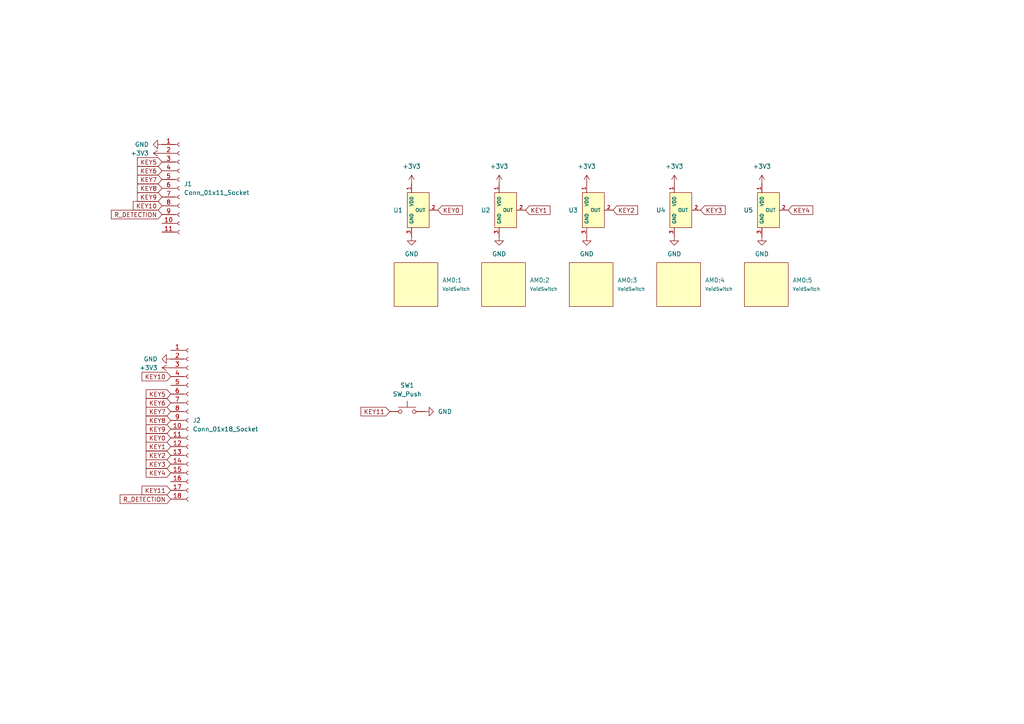
<source format=kicad_sch>
(kicad_sch (version 20231120) (generator "eeschema") (generator_version "8.0")
  (paper "A4")
  (lib_symbols
    (symbol "49e:Hall_Sensor" (pin_names (offset 1.016))
      (property "Reference" "U?" (at -4.5212 0.9652 0))
      (symbol "Hall_Sensor_0_1"
        (rectangle (start -3.81 5.08) (end 2.54 -5.08) (fill (type background)))
      )
      (symbol "Hall_Sensor_1_1"
        (pin power_in line (at -2.54 7.62 270) (length 2.54) (name "VDD") (number "1"))
        (pin output line (at 5.08 0 180) (length 2.54) (name "OUT") (number "2"))
        (pin power_in line (at -2.54 -7.62 90) (length 2.54) (name "GND") (number "3"))
      )
    )
    (symbol "Connector:Conn_01x11_Socket" (pin_names (offset 1.016) hide)
      (property "Reference" "J" (at 0 15.24 0))
      (property "Value" "Conn_01x11_Socket" (at 0 -15.24 0))
      (symbol "Conn_01x11_Socket_1_1"
        (arc (start 0 -12.192) (mid -0.5058 -12.7) (end 0 -13.208) (stroke (width 0.1524)))
        (arc (start 0 -9.652) (mid -0.5058 -10.16) (end 0 -10.668) (stroke (width 0.1524)))
        (arc (start 0 -7.112) (mid -0.5058 -7.62) (end 0 -8.128) (stroke (width 0.1524)))
        (arc (start 0 -4.572) (mid -0.5058 -5.08) (end 0 -5.588) (stroke (width 0.1524)))
        (arc (start 0 -2.032) (mid -0.5058 -2.54) (end 0 -3.048) (stroke (width 0.1524)))
        (polyline (pts (xy -1.27 -12.7) (xy -0.508 -12.7)) (stroke (width 0.1524)))
        (polyline (pts (xy -1.27 -10.16) (xy -0.508 -10.16)) (stroke (width 0.1524)))
        (polyline (pts (xy -1.27 -7.62) (xy -0.508 -7.62)) (stroke (width 0.1524)))
        (polyline (pts (xy -1.27 -5.08) (xy -0.508 -5.08)) (stroke (width 0.1524)))
        (polyline (pts (xy -1.27 -2.54) (xy -0.508 -2.54)) (stroke (width 0.1524)))
        (polyline (pts (xy -1.27 0) (xy -0.508 0)) (stroke (width 0.1524)))
        (polyline (pts (xy -1.27 2.54) (xy -0.508 2.54)) (stroke (width 0.1524)))
        (polyline (pts (xy -1.27 5.08) (xy -0.508 5.08)) (stroke (width 0.1524)))
        (polyline (pts (xy -1.27 7.62) (xy -0.508 7.62)) (stroke (width 0.1524)))
        (polyline (pts (xy -1.27 10.16) (xy -0.508 10.16)) (stroke (width 0.1524)))
        (polyline (pts (xy -1.27 12.7) (xy -0.508 12.7)) (stroke (width 0.1524)))
        (arc (start 0 0.508) (mid -0.5058 0) (end 0 -0.508) (stroke (width 0.1524)))
        (arc (start 0 3.048) (mid -0.5058 2.54) (end 0 2.032) (stroke (width 0.1524)))
        (arc (start 0 5.588) (mid -0.5058 5.08) (end 0 4.572) (stroke (width 0.1524)))
        (arc (start 0 8.128) (mid -0.5058 7.62) (end 0 7.112) (stroke (width 0.1524)))
        (arc (start 0 10.668) (mid -0.5058 10.16) (end 0 9.652) (stroke (width 0.1524)))
        (arc (start 0 13.208) (mid -0.5058 12.7) (end 0 12.192) (stroke (width 0.1524)))
        (pin passive line (at -5.08 12.7 0) (length 3.81) (name "Pin_1") (number "1"))
        (pin passive line (at -5.08 -10.16 0) (length 3.81) (name "Pin_10") (number "10"))
        (pin passive line (at -5.08 -12.7 0) (length 3.81) (name "Pin_11") (number "11"))
        (pin passive line (at -5.08 10.16 0) (length 3.81) (name "Pin_2") (number "2"))
        (pin passive line (at -5.08 7.62 0) (length 3.81) (name "Pin_3") (number "3"))
        (pin passive line (at -5.08 5.08 0) (length 3.81) (name "Pin_4") (number "4"))
        (pin passive line (at -5.08 2.54 0) (length 3.81) (name "Pin_5") (number "5"))
        (pin passive line (at -5.08 0 0) (length 3.81) (name "Pin_6") (number "6"))
        (pin passive line (at -5.08 -2.54 0) (length 3.81) (name "Pin_7") (number "7"))
        (pin passive line (at -5.08 -5.08 0) (length 3.81) (name "Pin_8") (number "8"))
        (pin passive line (at -5.08 -7.62 0) (length 3.81) (name "Pin_9") (number "9"))
      )
    )
    (symbol "Connector:Conn_01x18_Socket" (pin_names (offset 1.016) hide)
      (property "Reference" "J" (at 0 22.86 0))
      (property "Value" "Conn_01x18_Socket" (at 0 -25.4 0))
      (symbol "Conn_01x18_Socket_1_1"
        (arc (start 0 -22.352) (mid -0.5058 -22.86) (end 0 -23.368) (stroke (width 0.1524)))
        (arc (start 0 -19.812) (mid -0.5058 -20.32) (end 0 -20.828) (stroke (width 0.1524)))
        (arc (start 0 -17.272) (mid -0.5058 -17.78) (end 0 -18.288) (stroke (width 0.1524)))
        (arc (start 0 -14.732) (mid -0.5058 -15.24) (end 0 -15.748) (stroke (width 0.1524)))
        (arc (start 0 -12.192) (mid -0.5058 -12.7) (end 0 -13.208) (stroke (width 0.1524)))
        (arc (start 0 -9.652) (mid -0.5058 -10.16) (end 0 -10.668) (stroke (width 0.1524)))
        (arc (start 0 -7.112) (mid -0.5058 -7.62) (end 0 -8.128) (stroke (width 0.1524)))
        (arc (start 0 -4.572) (mid -0.5058 -5.08) (end 0 -5.588) (stroke (width 0.1524)))
        (arc (start 0 -2.032) (mid -0.5058 -2.54) (end 0 -3.048) (stroke (width 0.1524)))
        (polyline (pts (xy -1.27 -22.86) (xy -0.508 -22.86)) (stroke (width 0.1524)))
        (polyline (pts (xy -1.27 -20.32) (xy -0.508 -20.32)) (stroke (width 0.1524)))
        (polyline (pts (xy -1.27 -17.78) (xy -0.508 -17.78)) (stroke (width 0.1524)))
        (polyline (pts (xy -1.27 -15.24) (xy -0.508 -15.24)) (stroke (width 0.1524)))
        (polyline (pts (xy -1.27 -12.7) (xy -0.508 -12.7)) (stroke (width 0.1524)))
        (polyline (pts (xy -1.27 -10.16) (xy -0.508 -10.16)) (stroke (width 0.1524)))
        (polyline (pts (xy -1.27 -7.62) (xy -0.508 -7.62)) (stroke (width 0.1524)))
        (polyline (pts (xy -1.27 -5.08) (xy -0.508 -5.08)) (stroke (width 0.1524)))
        (polyline (pts (xy -1.27 -2.54) (xy -0.508 -2.54)) (stroke (width 0.1524)))
        (polyline (pts (xy -1.27 0) (xy -0.508 0)) (stroke (width 0.1524)))
        (polyline (pts (xy -1.27 2.54) (xy -0.508 2.54)) (stroke (width 0.1524)))
        (polyline (pts (xy -1.27 5.08) (xy -0.508 5.08)) (stroke (width 0.1524)))
        (polyline (pts (xy -1.27 7.62) (xy -0.508 7.62)) (stroke (width 0.1524)))
        (polyline (pts (xy -1.27 10.16) (xy -0.508 10.16)) (stroke (width 0.1524)))
        (polyline (pts (xy -1.27 12.7) (xy -0.508 12.7)) (stroke (width 0.1524)))
        (polyline (pts (xy -1.27 15.24) (xy -0.508 15.24)) (stroke (width 0.1524)))
        (polyline (pts (xy -1.27 17.78) (xy -0.508 17.78)) (stroke (width 0.1524)))
        (polyline (pts (xy -1.27 20.32) (xy -0.508 20.32)) (stroke (width 0.1524)))
        (arc (start 0 0.508) (mid -0.5058 0) (end 0 -0.508) (stroke (width 0.1524)))
        (arc (start 0 3.048) (mid -0.5058 2.54) (end 0 2.032) (stroke (width 0.1524)))
        (arc (start 0 5.588) (mid -0.5058 5.08) (end 0 4.572) (stroke (width 0.1524)))
        (arc (start 0 8.128) (mid -0.5058 7.62) (end 0 7.112) (stroke (width 0.1524)))
        (arc (start 0 10.668) (mid -0.5058 10.16) (end 0 9.652) (stroke (width 0.1524)))
        (arc (start 0 13.208) (mid -0.5058 12.7) (end 0 12.192) (stroke (width 0.1524)))
        (arc (start 0 15.748) (mid -0.5058 15.24) (end 0 14.732) (stroke (width 0.1524)))
        (arc (start 0 18.288) (mid -0.5058 17.78) (end 0 17.272) (stroke (width 0.1524)))
        (arc (start 0 20.828) (mid -0.5058 20.32) (end 0 19.812) (stroke (width 0.1524)))
        (pin passive line (at -5.08 20.32 0) (length 3.81) (name "Pin_1") (number "1"))
        (pin passive line (at -5.08 -2.54 0) (length 3.81) (name "Pin_10") (number "10"))
        (pin passive line (at -5.08 -5.08 0) (length 3.81) (name "Pin_11") (number "11"))
        (pin passive line (at -5.08 -7.62 0) (length 3.81) (name "Pin_12") (number "12"))
        (pin passive line (at -5.08 -10.16 0) (length 3.81) (name "Pin_13") (number "13"))
        (pin passive line (at -5.08 -12.7 0) (length 3.81) (name "Pin_14") (number "14"))
        (pin passive line (at -5.08 -15.24 0) (length 3.81) (name "Pin_15") (number "15"))
        (pin passive line (at -5.08 -17.78 0) (length 3.81) (name "Pin_16") (number "16"))
        (pin passive line (at -5.08 -20.32 0) (length 3.81) (name "Pin_17") (number "17"))
        (pin passive line (at -5.08 -22.86 0) (length 3.81) (name "Pin_18") (number "18"))
        (pin passive line (at -5.08 17.78 0) (length 3.81) (name "Pin_2") (number "2"))
        (pin passive line (at -5.08 15.24 0) (length 3.81) (name "Pin_3") (number "3"))
        (pin passive line (at -5.08 12.7 0) (length 3.81) (name "Pin_4") (number "4"))
        (pin passive line (at -5.08 10.16 0) (length 3.81) (name "Pin_5") (number "5"))
        (pin passive line (at -5.08 7.62 0) (length 3.81) (name "Pin_6") (number "6"))
        (pin passive line (at -5.08 5.08 0) (length 3.81) (name "Pin_7") (number "7"))
        (pin passive line (at -5.08 2.54 0) (length 3.81) (name "Pin_8") (number "8"))
        (pin passive line (at -5.08 0 0) (length 3.81) (name "Pin_9") (number "9"))
      )
    )
    (symbol "Switch:SW_Push" (pin_numbers hide) (pin_names (offset 1.016) hide)
      (property "Reference" "SW" (at 1.27 2.54 0))
      (property "Value" "SW_Push" (at 0 -1.524 0))
      (symbol "SW_Push_0_1"
        (circle (center -2.032 0) (radius 0.508))
        (polyline (pts (xy 0 1.27) (xy 0 3.048)))
        (polyline (pts (xy 2.54 1.27) (xy -2.54 1.27)))
        (circle (center 2.032 0) (radius 0.508))
        (pin passive line (at -5.08 0 0) (length 2.54) (name "1") (number "1"))
        (pin passive line (at 5.08 0 180) (length 2.54) (name "2") (number "2"))
      )
    )
    (symbol "power:+3V3" (power) (pin_numbers hide) (pin_names (offset 0) hide)
      (property "Value" "+3V3" (at 0 3.556 0))
      (symbol "+3V3_0_1"
        (polyline (pts (xy -0.762 1.27) (xy 0 2.54)))
        (polyline (pts (xy 0 0) (xy 0 2.54)))
        (polyline (pts (xy 0 2.54) (xy 0.762 1.27)))
      )
      (symbol "+3V3_1_1"
        (pin power_in line (at 0 0 90) (length 0) (name "~") (number "1"))
      )
    )
    (symbol "power:GND" (power) (pin_numbers hide) (pin_names (offset 0) hide)
      (property "Value" "GND" (at 0 -3.81 0))
      (symbol "GND_0_1"
        (polyline (pts (xy 0 0) (xy 0 -1.27) (xy 1.27 -1.27) (xy 0 -2.54) (xy -1.27 -1.27) (xy 0 -1.27)))
      )
      (symbol "GND_1_1"
        (pin power_in line (at 0 0 270) (length 0) (name "~") (number "1"))
      )
    )
    (symbol "void_switch:VoidSwitch" (pin_names (offset 1.016)) (in_bom no)
      (property "Reference" "AM0:0" (at 0 -2.54 0))
      (property "Value" "VoidSwitch" (at 0 2.54 0))
      (symbol "VoidSwitch_0_1"
        (rectangle (start -6.35 6.35) (end 6.35 -6.35) (fill (type background)))
      )
    )
  )
  (global_label "KEY1" (shape input) (at 152.4 60.96 0) (property "Intersheetrefs" "${INTERSHEET_REFS}" (effects (hide yes))))
  (global_label "KEY9" (shape input) (at 46.99 57.15 180) (property "Intersheetrefs" "${INTERSHEET_REFS}" (effects (hide yes))))
  (global_label "KEY4" (shape input) (at 49.53 137.16 180) (property "Intersheetrefs" "${INTERSHEET_REFS}" (effects (hide yes))))
  (global_label "KEY2" (shape input) (at 177.8 60.96 0) (property "Intersheetrefs" "${INTERSHEET_REFS}" (effects (hide yes))))
  (global_label "KEY10" (shape input) (at 46.99 59.69 180) (property "Intersheetrefs" "${INTERSHEET_REFS}" (effects (hide yes))))
  (global_label "KEY5" (shape input) (at 46.99 46.99 180) (property "Intersheetrefs" "${INTERSHEET_REFS}" (effects (hide yes))))
  (global_label "KEY7" (shape input) (at 49.53 119.38 180) (property "Intersheetrefs" "${INTERSHEET_REFS}" (effects (hide yes))))
  (global_label "KEY11" (shape input) (at 113.03 119.38 180) (property "Intersheetrefs" "${INTERSHEET_REFS}" (effects (hide yes))))
  (global_label "KEY1" (shape input) (at 49.53 129.54 180) (property "Intersheetrefs" "${INTERSHEET_REFS}" (effects (hide yes))))
  (global_label "KEY3" (shape input) (at 49.53 134.62 180) (property "Intersheetrefs" "${INTERSHEET_REFS}" (effects (hide yes))))
  (global_label "KEY3" (shape input) (at 203.2 60.96 0) (property "Intersheetrefs" "${INTERSHEET_REFS}" (effects (hide yes))))
  (global_label "R_DETECTION" (shape input) (at 49.53 144.78 180) (property "Intersheetrefs" "${INTERSHEET_REFS}" (effects (hide yes))))
  (global_label "KEY8" (shape input) (at 49.53 121.92 180) (property "Intersheetrefs" "${INTERSHEET_REFS}" (effects (hide yes))))
  (global_label "KEY0" (shape input) (at 49.53 127 180) (property "Intersheetrefs" "${INTERSHEET_REFS}" (effects (hide yes))))
  (global_label "KEY4" (shape input) (at 228.6 60.96 0) (property "Intersheetrefs" "${INTERSHEET_REFS}" (effects (hide yes))))
  (global_label "KEY0" (shape input) (at 127 60.96 0) (property "Intersheetrefs" "${INTERSHEET_REFS}" (effects (hide yes))))
  (global_label "KEY5" (shape input) (at 49.53 114.3 180) (property "Intersheetrefs" "${INTERSHEET_REFS}" (effects (hide yes))))
  (global_label "KEY6" (shape input) (at 46.99 49.53 180) (property "Intersheetrefs" "${INTERSHEET_REFS}" (effects (hide yes))))
  (global_label "KEY8" (shape input) (at 46.99 54.61 180) (property "Intersheetrefs" "${INTERSHEET_REFS}" (effects (hide yes))))
  (global_label "KEY9" (shape input) (at 49.53 124.46 180) (property "Intersheetrefs" "${INTERSHEET_REFS}" (effects (hide yes))))
  (global_label "KEY10" (shape input) (at 49.53 109.22 180) (property "Intersheetrefs" "${INTERSHEET_REFS}" (effects (hide yes))))
  (global_label "KEY11" (shape input) (at 49.53 142.24 180) (property "Intersheetrefs" "${INTERSHEET_REFS}" (effects (hide yes))))
  (global_label "KEY6" (shape input) (at 49.53 116.84 180) (property "Intersheetrefs" "${INTERSHEET_REFS}" (effects (hide yes))))
  (global_label "KEY7" (shape input) (at 46.99 52.07 180) (property "Intersheetrefs" "${INTERSHEET_REFS}" (effects (hide yes))))
  (global_label "R_DETECTION" (shape input) (at 46.99 62.23 180) (property "Intersheetrefs" "${INTERSHEET_REFS}" (effects (hide yes))))
  (global_label "KEY2" (shape input) (at 49.53 132.08 180) (property "Intersheetrefs" "${INTERSHEET_REFS}" (effects (hide yes))))
  (symbol (lib_id "void_switch:VoidSwitch") (at 222.25 82.55 0) (unit 1) (in_bom no)
    (property "Reference" "AM0:5" (at 229.87 81.2799 0) (effects (justify left)))
    (property "Value" "VoidSwitch" (at 229.87 83.8199 0) (effects (font (size 0.9906 0.9906)) (justify left)))
    (property "Footprint" "void_switch:VoidSwitch_1u_SMD" (effects (hide yes)))
    (property "Description" "Symbol placeholder for the VoidSwitch footprints so they don't accidentally get removed" (effects (hide yes)))
    (property "NOTE" "Replace \"AM0:0\" with the actual MUX pin" (effects (hide yes)))
  )
  (symbol (lib_id "49e:Hall_Sensor") (at 172.72 60.96 0) (unit 1)
    (property "Reference" "U3" (at 167.64 60.9599 0) (effects (justify right)))
    (property "Value" "Hall_Sensor" (effects (hide yes)))
    (property "Footprint" "Package_TO_SOT_SMD:SOT-23" (effects (hide yes)))
    (property "Description" "3-pin Linear Hall Effect Sensor" (effects (hide yes)))
    (property "LCSC Part" "C266230" (effects (hide yes)))
    (property "MPN" "GH39FKSW" (effects (hide yes)))
    (property "Notes" "Alternate part: OH49E-S (C85573)" (effects (hide yes)))
  )
  (symbol (lib_id "49e:Hall_Sensor") (at 147.32 60.96 0) (unit 1)
    (property "Reference" "U2" (at 142.24 60.9599 0) (effects (justify right)))
    (property "Value" "Hall_Sensor" (effects (hide yes)))
    (property "Footprint" "Package_TO_SOT_SMD:SOT-23" (effects (hide yes)))
    (property "Description" "3-pin Linear Hall Effect Sensor" (effects (hide yes)))
    (property "LCSC Part" "C266230" (effects (hide yes)))
    (property "MPN" "GH39FKSW" (effects (hide yes)))
    (property "Notes" "Alternate part: OH49E-S (C85573)" (effects (hide yes)))
  )
  (symbol (lib_id "Switch:SW_Push") (at 118.11 119.38 0) (unit 1)
    (property "Reference" "SW1" (at 118.11 111.76 0))
    (property "Value" "SW_Push" (at 118.11 114.3 0))
    (property "Footprint" "Button_Switch_Keyboard:SW_Cherry_MX_1.00u_PCB" (effects (hide yes)))
    (property "Description" "Push button switch, generic, two pins" (effects (hide yes)))
  )
  (symbol (lib_id "49e:Hall_Sensor") (at 198.12 60.96 0) (unit 1)
    (property "Reference" "U4" (at 193.04 60.9599 0) (effects (justify right)))
    (property "Value" "Hall_Sensor" (effects (hide yes)))
    (property "Footprint" "Package_TO_SOT_SMD:SOT-23" (effects (hide yes)))
    (property "Description" "3-pin Linear Hall Effect Sensor" (effects (hide yes)))
    (property "LCSC Part" "C266230" (effects (hide yes)))
    (property "MPN" "GH39FKSW" (effects (hide yes)))
    (property "Notes" "Alternate part: OH49E-S (C85573)" (effects (hide yes)))
  )
  (symbol (lib_id "power:+3V3") (at 144.78 53.34 0) (unit 1)
    (property "Reference" "#PWR07" (effects (hide yes)))
    (property "Value" "+3V3" (at 144.78 48.26 0))
    (property "Description" "Power symbol creates a global label with name \"+3V3\"" (effects (hide yes)))
  )
  (symbol (lib_id "49e:Hall_Sensor") (at 121.92 60.96 0) (unit 1)
    (property "Reference" "U1" (at 116.84 60.9599 0) (effects (justify right)))
    (property "Value" "Hall_Sensor" (effects (hide yes)))
    (property "Footprint" "Package_TO_SOT_SMD:SOT-23" (effects (hide yes)))
    (property "Description" "3-pin Linear Hall Effect Sensor" (effects (hide yes)))
    (property "LCSC Part" "C266230" (effects (hide yes)))
    (property "MPN" "GH39FKSW" (effects (hide yes)))
    (property "Notes" "Alternate part: OH49E-S (C85573)" (effects (hide yes)))
  )
  (symbol (lib_id "power:GND") (at 123.19 119.38 90) (unit 1)
    (property "Reference" "#PWR015" (effects (hide yes)))
    (property "Value" "GND" (at 127 119.3799 90) (effects (justify right)))
    (property "Description" "Power symbol creates a global label with name \"GND\" , ground" (effects (hide yes)))
  )
  (symbol (lib_id "power:GND") (at 144.78 68.58 0) (unit 1)
    (property "Reference" "#PWR04" (effects (hide yes)))
    (property "Value" "GND" (at 144.78 73.66 0))
    (property "Description" "Power symbol creates a global label with name \"GND\" , ground" (effects (hide yes)))
  )
  (symbol (lib_id "power:GND") (at 220.98 68.58 0) (unit 1)
    (property "Reference" "#PWR03" (effects (hide yes)))
    (property "Value" "GND" (at 220.98 73.66 0))
    (property "Description" "Power symbol creates a global label with name \"GND\" , ground" (effects (hide yes)))
  )
  (symbol (lib_id "power:+3V3") (at 170.18 53.34 0) (unit 1)
    (property "Reference" "#PWR08" (effects (hide yes)))
    (property "Value" "+3V3" (at 170.18 48.26 0))
    (property "Description" "Power symbol creates a global label with name \"+3V3\"" (effects (hide yes)))
  )
  (symbol (lib_id "power:GND") (at 195.58 68.58 0) (unit 1)
    (property "Reference" "#PWR02" (effects (hide yes)))
    (property "Value" "GND" (at 195.58 73.66 0))
    (property "Description" "Power symbol creates a global label with name \"GND\" , ground" (effects (hide yes)))
  )
  (symbol (lib_id "void_switch:VoidSwitch") (at 146.05 82.55 0) (unit 1) (in_bom no)
    (property "Reference" "AM0:2" (at 153.67 81.2799 0) (effects (justify left)))
    (property "Value" "VoidSwitch" (at 153.67 83.8199 0) (effects (font (size 0.9906 0.9906)) (justify left)))
    (property "Footprint" "void_switch:VoidSwitch_1u_SMD" (effects (hide yes)))
    (property "Description" "Symbol placeholder for the VoidSwitch footprints so they don't accidentally get removed" (effects (hide yes)))
    (property "NOTE" "Replace \"AM0:0\" with the actual MUX pin" (effects (hide yes)))
  )
  (symbol (lib_id "power:+3V3") (at 46.99 44.45 90) (unit 1)
    (property "Reference" "#PWR014" (effects (hide yes)))
    (property "Value" "+3V3" (at 43.18 44.4501 90) (effects (justify left)))
    (property "Description" "Power symbol creates a global label with name \"+3V3\"" (effects (hide yes)))
  )
  (symbol (lib_id "power:GND") (at 46.99 41.91 270) (unit 1)
    (property "Reference" "#PWR013" (effects (hide yes)))
    (property "Value" "GND" (at 43.18 41.9101 90) (effects (justify right)))
    (property "Description" "Power symbol creates a global label with name \"GND\" , ground" (effects (hide yes)))
  )
  (symbol (lib_id "void_switch:VoidSwitch") (at 171.45 82.55 0) (unit 1) (in_bom no)
    (property "Reference" "AM0:3" (at 179.07 81.2799 0) (effects (justify left)))
    (property "Value" "VoidSwitch" (at 179.07 83.8199 0) (effects (font (size 0.9906 0.9906)) (justify left)))
    (property "Footprint" "void_switch:VoidSwitch_1u_SMD" (effects (hide yes)))
    (property "Description" "Symbol placeholder for the VoidSwitch footprints so they don't accidentally get removed" (effects (hide yes)))
    (property "NOTE" "Replace \"AM0:0\" with the actual MUX pin" (effects (hide yes)))
  )
  (symbol (lib_id "power:GND") (at 49.53 104.14 270) (unit 1)
    (property "Reference" "#PWR011" (effects (hide yes)))
    (property "Value" "GND" (at 45.72 104.1399 90) (effects (justify right)))
    (property "Description" "Power symbol creates a global label with name \"GND\" , ground" (effects (hide yes)))
  )
  (symbol (lib_id "power:+3V3") (at 49.53 106.68 90) (unit 1)
    (property "Reference" "#PWR012" (effects (hide yes)))
    (property "Value" "+3V3" (at 45.72 106.6799 90) (effects (justify left)))
    (property "Description" "Power symbol creates a global label with name \"+3V3\"" (effects (hide yes)))
  )
  (symbol (lib_id "49e:Hall_Sensor") (at 223.52 60.96 0) (unit 1)
    (property "Reference" "U5" (at 218.44 60.9599 0) (effects (justify right)))
    (property "Value" "Hall_Sensor" (effects (hide yes)))
    (property "Footprint" "Package_TO_SOT_SMD:SOT-23" (effects (hide yes)))
    (property "Description" "3-pin Linear Hall Effect Sensor" (effects (hide yes)))
    (property "LCSC Part" "C266230" (effects (hide yes)))
    (property "MPN" "GH39FKSW" (effects (hide yes)))
    (property "Notes" "Alternate part: OH49E-S (C85573)" (effects (hide yes)))
  )
  (symbol (lib_id "power:GND") (at 170.18 68.58 0) (unit 1)
    (property "Reference" "#PWR01" (effects (hide yes)))
    (property "Value" "GND" (at 170.18 73.66 0))
    (property "Description" "Power symbol creates a global label with name \"GND\" , ground" (effects (hide yes)))
  )
  (symbol (lib_id "void_switch:VoidSwitch") (at 196.85 82.55 0) (unit 1) (in_bom no)
    (property "Reference" "AM0:4" (at 204.47 81.2799 0) (effects (justify left)))
    (property "Value" "VoidSwitch" (at 204.47 83.8199 0) (effects (font (size 0.9906 0.9906)) (justify left)))
    (property "Footprint" "void_switch:VoidSwitch_1u_SMD" (effects (hide yes)))
    (property "Description" "Symbol placeholder for the VoidSwitch footprints so they don't accidentally get removed" (effects (hide yes)))
    (property "NOTE" "Replace \"AM0:0\" with the actual MUX pin" (effects (hide yes)))
  )
  (symbol (lib_id "power:GND") (at 119.38 68.58 0) (unit 1)
    (property "Reference" "#PWR05" (effects (hide yes)))
    (property "Value" "GND" (at 119.38 73.66 0))
    (property "Description" "Power symbol creates a global label with name \"GND\" , ground" (effects (hide yes)))
  )
  (symbol (lib_id "power:+3V3") (at 195.58 53.34 0) (unit 1)
    (property "Reference" "#PWR09" (effects (hide yes)))
    (property "Value" "+3V3" (at 195.58 48.26 0))
    (property "Description" "Power symbol creates a global label with name \"+3V3\"" (effects (hide yes)))
  )
  (symbol (lib_id "void_switch:VoidSwitch") (at 120.65 82.55 0) (unit 1) (in_bom no)
    (property "Reference" "AM0:1" (at 128.27 81.2799 0) (effects (justify left)))
    (property "Value" "VoidSwitch" (at 128.27 83.8199 0) (effects (font (size 0.9906 0.9906)) (justify left)))
    (property "Footprint" "void_switch:VoidSwitch_1u_SMD" (effects (hide yes)))
    (property "Description" "Symbol placeholder for the VoidSwitch footprints so they don't accidentally get removed" (effects (hide yes)))
    (property "NOTE" "Replace \"AM0:0\" with the actual MUX pin" (effects (hide yes)))
  )
  (symbol (lib_id "power:+3V3") (at 119.38 53.34 0) (unit 1)
    (property "Reference" "#PWR06" (effects (hide yes)))
    (property "Value" "+3V3" (at 119.38 48.26 0))
    (property "Description" "Power symbol creates a global label with name \"+3V3\"" (effects (hide yes)))
  )
  (symbol (lib_id "power:+3V3") (at 220.98 53.34 0) (unit 1)
    (property "Reference" "#PWR010" (effects (hide yes)))
    (property "Value" "+3V3" (at 220.98 48.26 0))
    (property "Description" "Power symbol creates a global label with name \"+3V3\"" (effects (hide yes)))
  )
  (symbol (lib_id "Connector:Conn_01x11_Socket") (at 52.07 54.61 0) (unit 1)
    (property "Reference" "J1" (at 53.34 53.3399 0) (effects (justify left)))
    (property "Value" "Conn_01x11_Socket" (at 53.34 55.8799 0) (effects (justify left)))
    (property "Footprint" "Connector_PinSocket_2.54mm:PinSocket_1x11_P2.54mm_Horizontal" (effects (hide yes)))
    (property "Description" "Generic connector, single row, 01x11, script generated" (effects (hide yes)))
  )
  (symbol (lib_id "Connector:Conn_01x18_Socket") (at 54.61 121.92 0) (unit 1)
    (property "Reference" "J2" (at 55.88 121.9199 0) (effects (justify left)))
    (property "Value" "Conn_01x18_Socket" (at 55.88 124.4599 0) (effects (justify left)))
    (property "Footprint" "Connector_PinSocket_2.54mm:PinSocket_1x18_P2.54mm_Vertical" (effects (hide yes)))
    (property "Description" "Generic connector, single row, 01x18, script generated" (effects (hide yes)))
  )
)
</source>
